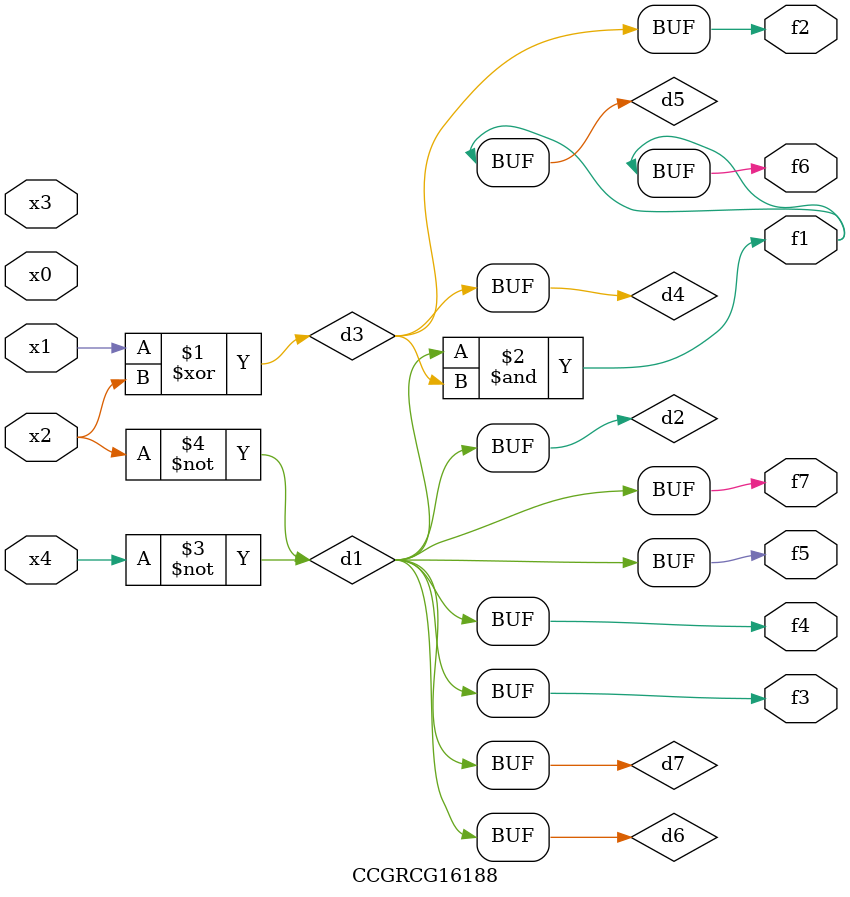
<source format=v>
module CCGRCG16188(
	input x0, x1, x2, x3, x4,
	output f1, f2, f3, f4, f5, f6, f7
);

	wire d1, d2, d3, d4, d5, d6, d7;

	not (d1, x4);
	not (d2, x2);
	xor (d3, x1, x2);
	buf (d4, d3);
	and (d5, d1, d3);
	buf (d6, d1, d2);
	buf (d7, d2);
	assign f1 = d5;
	assign f2 = d4;
	assign f3 = d7;
	assign f4 = d7;
	assign f5 = d7;
	assign f6 = d5;
	assign f7 = d7;
endmodule

</source>
